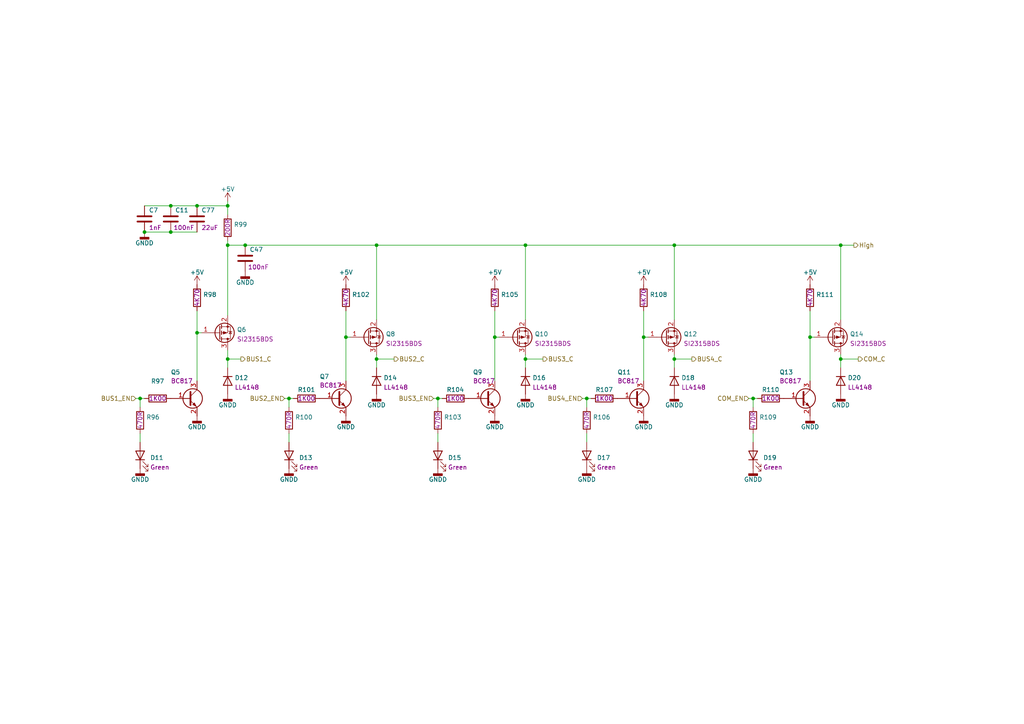
<source format=kicad_sch>
(kicad_sch (version 20211123) (generator eeschema)
  (paper "A4")
  (title_block (date "2022-03-07") (rev "V00") (company "Konvolúció Bt") (comment 1 "email: marrob50hz@gmail.com") (comment 2 "Tel: +36702776723") (comment 3 "https://github.com/marrob") (comment 4 "Support: "))
  (lib_symbols
    (symbol "0805 Green_1" (pin_numbers hide) (pin_names (offset 1.016) hide)
      (property "Reference" "D" (at 0 -2.54 0))
      (property "Comment" "Green" (at 0 -8.255 0))
      (symbol "0805 Green_1_1_1"
        (polyline (pts (xy -1.27 -1.27) (xy -1.27 1.27)) (stroke (width 0.254)))
        (polyline (pts (xy -1.27 0) (xy 1.27 0)))
        (polyline (pts (xy 1.27 -1.27) (xy 1.27 1.27) (xy -1.27 0) (xy 1.27 -1.27)) (stroke (width 0.254)))
        (polyline (pts (xy -3.048 -0.762) (xy -4.572 -2.286) (xy -3.81 -2.286) (xy -4.572 -2.286) (xy -4.572 -1.524)))
        (polyline (pts (xy -1.778 -0.762) (xy -3.302 -2.286) (xy -2.54 -2.286) (xy -3.302 -2.286) (xy -3.302 -1.524)))
        (pin passive line (at -3.81 0 0) (length 2.54) (name "K") (number "1"))
        (pin passive line (at 3.81 0 180) (length 2.54) (name "A") (number "2"))
      )
    )
    (symbol "0805 Green_2" (pin_numbers hide) (pin_names (offset 1.016) hide)
      (property "Reference" "D" (at 0 -2.54 0))
      (property "Comment" "Green" (at 0 -8.255 0))
      (symbol "0805 Green_2_1_1"
        (polyline (pts (xy -1.27 -1.27) (xy -1.27 1.27)) (stroke (width 0.254)))
        (polyline (pts (xy -1.27 0) (xy 1.27 0)))
        (polyline (pts (xy 1.27 -1.27) (xy 1.27 1.27) (xy -1.27 0) (xy 1.27 -1.27)) (stroke (width 0.254)))
        (polyline (pts (xy -3.048 -0.762) (xy -4.572 -2.286) (xy -3.81 -2.286) (xy -4.572 -2.286) (xy -4.572 -1.524)))
        (polyline (pts (xy -1.778 -0.762) (xy -3.302 -2.286) (xy -2.54 -2.286) (xy -3.302 -2.286) (xy -3.302 -1.524)))
        (pin passive line (at -3.81 0 0) (length 2.54) (name "K") (number "1"))
        (pin passive line (at 3.81 0 180) (length 2.54) (name "A") (number "2"))
      )
    )
    (symbol "0805 Green_3" (pin_numbers hide) (pin_names (offset 1.016) hide)
      (property "Reference" "D" (at 0 -2.54 0))
      (property "Comment" "Green" (at 0 -8.255 0))
      (symbol "0805 Green_3_1_1"
        (polyline (pts (xy -1.27 -1.27) (xy -1.27 1.27)) (stroke (width 0.254)))
        (polyline (pts (xy -1.27 0) (xy 1.27 0)))
        (polyline (pts (xy 1.27 -1.27) (xy 1.27 1.27) (xy -1.27 0) (xy 1.27 -1.27)) (stroke (width 0.254)))
        (polyline (pts (xy -3.048 -0.762) (xy -4.572 -2.286) (xy -3.81 -2.286) (xy -4.572 -2.286) (xy -4.572 -1.524)))
        (polyline (pts (xy -1.778 -0.762) (xy -3.302 -2.286) (xy -2.54 -2.286) (xy -3.302 -2.286) (xy -3.302 -1.524)))
        (pin passive line (at -3.81 0 0) (length 2.54) (name "K") (number "1"))
        (pin passive line (at 3.81 0 180) (length 2.54) (name "A") (number "2"))
      )
    )
    (symbol "0805 Green_4" (pin_numbers hide) (pin_names (offset 1.016) hide)
      (property "Reference" "D" (at 0 -2.54 0))
      (property "Comment" "Green" (at 0 -8.255 0))
      (symbol "0805 Green_4_1_1"
        (polyline (pts (xy -1.27 -1.27) (xy -1.27 1.27)) (stroke (width 0.254)))
        (polyline (pts (xy -1.27 0) (xy 1.27 0)))
        (polyline (pts (xy 1.27 -1.27) (xy 1.27 1.27) (xy -1.27 0) (xy 1.27 -1.27)) (stroke (width 0.254)))
        (polyline (pts (xy -3.048 -0.762) (xy -4.572 -2.286) (xy -3.81 -2.286) (xy -4.572 -2.286) (xy -4.572 -1.524)))
        (polyline (pts (xy -1.778 -0.762) (xy -3.302 -2.286) (xy -2.54 -2.286) (xy -3.302 -2.286) (xy -3.302 -1.524)))
        (pin passive line (at -3.81 0 0) (length 2.54) (name "K") (number "1"))
        (pin passive line (at 3.81 0 180) (length 2.54) (name "A") (number "2"))
      )
    )
    (symbol "CustomPowers:+5V" (power) (pin_names (offset 0))
      (property "Value" "+5V" (at 0 3.556 0))
      (symbol "+5V_0_1"
        (polyline (pts (xy -0.762 1.27) (xy 0 2.54)))
        (polyline (pts (xy 0 0) (xy 0 2.54)))
        (polyline (pts (xy 0 2.54) (xy 0.762 1.27)))
      )
      (symbol "+5V_1_1"
        (pin power_in line (at 0 0 90) (length 0) hide (name "+5V") (number "1"))
      )
    )
    (symbol "CustomPowers:GNDD" (power) (pin_names (offset 0))
      (property "Value" "GNDD" (at 0 -3.175 0))
      (symbol "GNDD_0_1"
        (rectangle (start -1.27 -1.524) (end 1.27 -2.032) (stroke (width 0.254)) (fill (type outline)))
        (polyline (pts (xy 0 0) (xy 0 -1.524)))
      )
      (symbol "GNDD_1_1"
        (pin power_in line (at 0 0 270) (length 0) hide (name "GNDD") (number "1"))
      )
    )
    (symbol "Diode:LL41418" (pin_numbers hide) (pin_names (offset 1.016) hide)
      (property "Reference" "D" (at 0 2.54 0))
      (property "Comment" "LL4148" (at 0 -2.54 0))
      (symbol "LL41418_0_1"
        (polyline (pts (xy -1.27 1.27) (xy -1.27 -1.27)) (stroke (width 0.254)))
        (polyline (pts (xy 1.27 0) (xy -1.27 0)))
        (polyline (pts (xy 1.27 1.27) (xy 1.27 -1.27) (xy -1.27 0) (xy 1.27 1.27)) (stroke (width 0.254)))
      )
      (symbol "LL41418_1_1"
        (pin passive line (at -3.81 0 0) (length 2.54) (name "K") (number "1"))
        (pin passive line (at 3.81 0 180) (length 2.54) (name "A") (number "2"))
      )
    )
    (symbol "LED:0805 Green" (pin_numbers hide) (pin_names (offset 1.016) hide)
      (property "Reference" "D" (at 0 -2.54 0))
      (property "Comment" "Green" (at 0 -8.255 0))
      (symbol "0805 Green_1_1"
        (polyline (pts (xy -1.27 -1.27) (xy -1.27 1.27)) (stroke (width 0.254)))
        (polyline (pts (xy -1.27 0) (xy 1.27 0)))
        (polyline (pts (xy 1.27 -1.27) (xy 1.27 1.27) (xy -1.27 0) (xy 1.27 -1.27)) (stroke (width 0.254)))
        (polyline (pts (xy -3.048 -0.762) (xy -4.572 -2.286) (xy -3.81 -2.286) (xy -4.572 -2.286) (xy -4.572 -1.524)))
        (polyline (pts (xy -1.778 -0.762) (xy -3.302 -2.286) (xy -2.54 -2.286) (xy -3.302 -2.286) (xy -3.302 -1.524)))
        (pin passive line (at -3.81 0 0) (length 2.54) (name "K") (number "1"))
        (pin passive line (at 3.81 0 180) (length 2.54) (name "A") (number "2"))
      )
    )
    (symbol "Passive:Capacitator 0805 100nF 50V 10% X7R" (pin_numbers hide) (pin_names (offset 1.016))
      (property "Reference" "C" (at 3.81 1.27 0))
      (property "Comment" "100nF" (at 6.35 -1.27 0))
      (symbol "Capacitator 0805 100nF 50V 10% X7R_1_1"
        (polyline (pts (xy -2.032 -0.762) (xy 2.032 -0.762)) (stroke (width 0.508)))
        (polyline (pts (xy -2.032 0.762) (xy 2.032 0.762)) (stroke (width 0.508)))
        (pin passive line (at 0 3.81 270) (length 2.794) (name "~") (number "1"))
        (pin passive line (at 0 -3.81 90) (length 2.794) (name "~") (number "2"))
      )
    )
    (symbol "Passive:Capacitator 0805 1nF 50V 5% NP0" (pin_numbers hide) (pin_names (offset 1.016) hide)
      (property "Reference" "C" (at 0 -5.08 0))
      (property "Comment" "1nF" (at 0 -10.16 0))
      (symbol "Capacitator 0805 1nF 50V 5% NP0_1_1"
        (polyline (pts (xy -2.032 -0.762) (xy 2.032 -0.762)) (stroke (width 0.508)))
        (polyline (pts (xy -2.032 0.762) (xy 2.032 0.762)) (stroke (width 0.508)))
        (pin passive line (at 0 3.81 270) (length 2.794) (name "~") (number "1"))
        (pin passive line (at 0 -3.81 90) (length 2.794) (name "~") (number "2"))
      )
    )
    (symbol "Passive:Capacitator 0805 22uF 6.3V 20% X5R" (pin_numbers hide) (pin_names (offset 1.016) hide)
      (property "Reference" "C" (at 0 0 0))
      (property "Comment" "22uF" (at 0 0 0))
      (symbol "Capacitator 0805 22uF 6.3V 20% X5R_1_1"
        (polyline (pts (xy -2.032 -0.762) (xy 2.032 -0.762)) (stroke (width 0.508)))
        (polyline (pts (xy -2.032 0.762) (xy 2.032 0.762)) (stroke (width 0.508)))
        (pin passive line (at 0 3.81 270) (length 2.794) (name "~") (number "1"))
        (pin passive line (at 0 -3.81 90) (length 2.794) (name "~") (number "2"))
      )
    )
    (symbol "Passive:Resistor 0805 1K00" (pin_numbers hide) (pin_names (offset 1.016))
      (property "Reference" "R" (at 0 0 0))
      (property "Comment" "1K00" (at 0 -15.24 0))
      (symbol "Resistor 0805 1K00_1_1"
        (rectangle (start -1.016 -2.54) (end 1.016 2.54) (stroke (width 0.254)))
        (pin passive line (at 0 3.81 270) (length 1.27) (name "~") (number "1"))
        (pin passive line (at 0 -3.81 90) (length 1.27) (name "~") (number "2"))
      )
    )
    (symbol "Passive:Resistor 0805 200R" (pin_numbers hide) (pin_names (offset 1.016))
      (property "Reference" "R" (at 0 0 0))
      (property "Comment" "200R" (at 0 0 0))
      (symbol "Resistor 0805 200R_1_1"
        (rectangle (start -1.016 -2.54) (end 1.016 2.54) (stroke (width 0.254)))
        (pin passive line (at 0 3.81 270) (length 1.27) (name "~") (number "1"))
        (pin passive line (at 0 -3.81 90) (length 1.27) (name "~") (number "2"))
      )
    )
    (symbol "Passive:Resistor 0805 470R" (pin_numbers hide) (pin_names (offset 1.016))
      (property "Reference" "R" (at 0 0 0))
      (property "Comment" "470R" (at 0 0 0))
      (symbol "Resistor 0805 470R_1_1"
        (rectangle (start -1.016 -2.54) (end 1.016 2.54) (stroke (width 0.254)))
        (pin passive line (at 0 3.81 270) (length 1.27) (name "~") (number "1"))
        (pin passive line (at 0 -3.81 90) (length 1.27) (name "~") (number "2"))
      )
    )
    (symbol "Passive:Resistor 0805 4K70" (pin_numbers hide) (pin_names (offset 1.016) hide)
      (property "Reference" "R" (at 0 0 0))
      (property "Comment" "4K70" (at 0 -22.86 0))
      (symbol "Resistor 0805 4K70_1_1"
        (rectangle (start -1.016 -2.54) (end 1.016 2.54) (stroke (width 0.254)))
        (pin passive line (at 0 3.81 270) (length 1.27) (name "~") (number "1"))
        (pin passive line (at 0 -3.81 90) (length 1.27) (name "~") (number "2"))
      )
    )
    (symbol "Transistors:BC817" (pin_names (offset 0) hide)
      (property "Reference" "Q" (at 0 -6.35 0))
      (property "Comment" "BC817" (at 1.27 -8.255 0))
      (symbol "BC817_0_1"
        (polyline (pts (xy 0.635 0.635) (xy 2.54 2.54)))
        (polyline (pts (xy 0.635 -0.635) (xy 2.54 -2.54) (xy 2.54 -2.54)))
        (polyline (pts (xy 0.635 1.905) (xy 0.635 -1.905) (xy 0.635 -1.905)) (stroke (width 0.508)))
        (polyline (pts (xy 1.27 -1.778) (xy 1.778 -1.27) (xy 2.286 -2.286) (xy 1.27 -1.778) (xy 1.27 -1.778)) (fill (type outline)))
        (circle (center 1.27 0) (radius 2.8194) (stroke (width 0.254)))
      )
      (symbol "BC817_1_1"
        (pin input line (at -5.08 0 0) (length 5.715) (name "B") (number "1"))
        (pin passive line (at 2.54 -5.08 90) (length 2.54) (name "E") (number "2"))
        (pin passive line (at 2.54 5.08 270) (length 2.54) (name "C") (number "3"))
      )
    )
    (symbol "Transistors:SI2315BDS-T1-E3" (pin_names (offset 0) hide)
      (property "Reference" "Q" (at 5.08 2.54 0))
      (property "Comment" "SI2315BDS" (at 10.16 0 0))
      (symbol "SI2315BDS-T1-E3_1_1"
        (polyline (pts (xy 0.254 0) (xy -2.54 0)))
        (polyline (pts (xy 0.254 1.905) (xy 0.254 -1.905)) (stroke (width 0.254)))
        (polyline (pts (xy 0.762 -1.27) (xy 0.762 -2.286)) (stroke (width 0.254)))
        (polyline (pts (xy 0.762 0.508) (xy 0.762 -0.508)) (stroke (width 0.254)))
        (polyline (pts (xy 0.762 2.286) (xy 0.762 1.27)) (stroke (width 0.254)))
        (polyline (pts (xy 2.54 2.54) (xy 2.54 1.778)))
        (polyline (pts (xy 2.54 -2.54) (xy 2.54 0) (xy 0.762 0)))
        (polyline (pts (xy 0.762 1.778) (xy 3.302 1.778) (xy 3.302 -1.778) (xy 0.762 -1.778)))
        (polyline (pts (xy 2.286 0) (xy 1.27 0.381) (xy 1.27 -0.381) (xy 2.286 0)) (fill (type outline)))
        (polyline (pts (xy 2.794 -0.508) (xy 2.921 -0.381) (xy 3.683 -0.381) (xy 3.81 -0.254)))
        (polyline (pts (xy 3.302 -0.381) (xy 2.921 0.254) (xy 3.683 0.254) (xy 3.302 -0.381)))
        (circle (center 1.651 0) (radius 2.794) (stroke (width 0.254)))
        (circle (center 2.54 -1.778) (radius 0.254) (fill (type outline)))
        (circle (center 2.54 1.778) (radius 0.254) (fill (type outline)))
        (pin input line (at -5.08 0 0) (length 2.54) (name "G") (number "1"))
        (pin passive line (at 2.54 -5.08 90) (length 2.54) (name "S") (number "2"))
        (pin passive line (at 2.54 5.08 270) (length 2.54) (name "D") (number "3"))
      )
    )
  )
  (junction (at 243.84 71.12))
  (junction (at 127 115.57))
  (junction (at 83.82 115.57))
  (junction (at 186.69 97.79))
  (junction (at 195.58 104.14))
  (junction (at 71.12 71.12))
  (junction (at 109.22 71.12))
  (junction (at 100.33 97.79))
  (junction (at 152.4 104.14))
  (junction (at 109.22 104.14))
  (junction (at 218.44 115.57))
  (junction (at 66.04 104.14))
  (junction (at 49.53 67.31))
  (junction (at 143.51 97.79))
  (junction (at 49.53 59.69))
  (junction (at 234.95 97.79))
  (junction (at 170.18 115.57))
  (junction (at 195.58 71.12))
  (junction (at 66.04 59.69))
  (junction (at 41.91 67.31))
  (junction (at 40.64 115.57))
  (junction (at 152.4 71.12))
  (junction (at 66.04 71.12))
  (junction (at 57.15 59.69))
  (junction (at 57.15 96.52))
  (junction (at 243.84 104.14))
  (wire (pts (xy 217.17 115.57) (xy 218.44 115.57)))
  (wire (pts (xy 236.22 97.79) (xy 234.95 97.79)))
  (wire (pts (xy 234.95 97.79) (xy 234.95 90.17)))
  (wire (pts (xy 49.53 67.31) (xy 57.15 67.31)))
  (wire (pts (xy 109.22 104.14) (xy 109.22 106.68)))
  (wire (pts (xy 243.84 102.87) (xy 243.84 104.14)))
  (wire (pts (xy 100.33 97.79) (xy 100.33 90.17)))
  (wire (pts (xy 66.04 59.69) (xy 66.04 62.23)))
  (wire (pts (xy 66.04 101.6) (xy 66.04 104.14)))
  (wire (pts (xy 40.64 115.57) (xy 41.91 115.57)))
  (wire (pts (xy 195.58 104.14) (xy 195.58 106.68)))
  (wire (pts (xy 218.44 115.57) (xy 218.44 118.11)))
  (wire (pts (xy 218.44 125.73) (xy 218.44 128.27)))
  (wire (pts (xy 39.37 115.57) (xy 40.64 115.57)))
  (wire (pts (xy 71.12 71.12) (xy 109.22 71.12)))
  (wire (pts (xy 109.22 104.14) (xy 114.3 104.14)))
  (wire (pts (xy 152.4 104.14) (xy 152.4 106.68)))
  (wire (pts (xy 125.73 115.57) (xy 127 115.57)))
  (wire (pts (xy 195.58 71.12) (xy 243.84 71.12)))
  (wire (pts (xy 83.82 115.57) (xy 85.09 115.57)))
  (wire (pts (xy 170.18 115.57) (xy 170.18 118.11)))
  (wire (pts (xy 127 115.57) (xy 127 118.11)))
  (wire (pts (xy 144.78 97.79) (xy 143.51 97.79)))
  (wire (pts (xy 66.04 58.42) (xy 66.04 59.69)))
  (wire (pts (xy 195.58 92.71) (xy 195.58 71.12)))
  (wire (pts (xy 243.84 71.12) (xy 247.65 71.12)))
  (wire (pts (xy 66.04 69.85) (xy 66.04 71.12)))
  (wire (pts (xy 127 125.73) (xy 127 128.27)))
  (wire (pts (xy 66.04 71.12) (xy 71.12 71.12)))
  (wire (pts (xy 101.6 97.79) (xy 100.33 97.79)))
  (wire (pts (xy 109.22 92.71) (xy 109.22 71.12)))
  (wire (pts (xy 83.82 115.57) (xy 83.82 118.11)))
  (wire (pts (xy 83.82 125.73) (xy 83.82 128.27)))
  (wire (pts (xy 243.84 104.14) (xy 243.84 106.68)))
  (wire (pts (xy 152.4 102.87) (xy 152.4 104.14)))
  (wire (pts (xy 234.95 97.79) (xy 234.95 110.49)))
  (wire (pts (xy 40.64 125.73) (xy 40.64 128.27)))
  (wire (pts (xy 82.55 115.57) (xy 83.82 115.57)))
  (wire (pts (xy 195.58 102.87) (xy 195.58 104.14)))
  (wire (pts (xy 127 115.57) (xy 128.27 115.57)))
  (wire (pts (xy 109.22 71.12) (xy 152.4 71.12)))
  (wire (pts (xy 57.15 96.52) (xy 57.15 110.49)))
  (wire (pts (xy 58.42 96.52) (xy 57.15 96.52)))
  (wire (pts (xy 195.58 104.14) (xy 200.66 104.14)))
  (wire (pts (xy 168.91 115.57) (xy 170.18 115.57)))
  (wire (pts (xy 109.22 102.87) (xy 109.22 104.14)))
  (wire (pts (xy 186.69 97.79) (xy 186.69 90.17)))
  (wire (pts (xy 41.91 67.31) (xy 49.53 67.31)))
  (wire (pts (xy 66.04 71.12) (xy 66.04 91.44)))
  (wire (pts (xy 243.84 92.71) (xy 243.84 71.12)))
  (wire (pts (xy 57.15 59.69) (xy 66.04 59.69)))
  (wire (pts (xy 170.18 125.73) (xy 170.18 128.27)))
  (wire (pts (xy 152.4 104.14) (xy 157.48 104.14)))
  (wire (pts (xy 49.53 59.69) (xy 57.15 59.69)))
  (wire (pts (xy 152.4 71.12) (xy 195.58 71.12)))
  (wire (pts (xy 66.04 104.14) (xy 66.04 106.68)))
  (wire (pts (xy 40.64 115.57) (xy 40.64 118.11)))
  (wire (pts (xy 152.4 92.71) (xy 152.4 71.12)))
  (wire (pts (xy 186.69 97.79) (xy 186.69 110.49)))
  (wire (pts (xy 66.04 104.14) (xy 69.85 104.14)))
  (wire (pts (xy 243.84 104.14) (xy 248.92 104.14)))
  (wire (pts (xy 143.51 97.79) (xy 143.51 90.17)))
  (wire (pts (xy 41.91 59.69) (xy 49.53 59.69)))
  (wire (pts (xy 218.44 115.57) (xy 219.71 115.57)))
  (wire (pts (xy 143.51 97.79) (xy 143.51 110.49)))
  (wire (pts (xy 100.33 97.79) (xy 100.33 110.49)))
  (wire (pts (xy 57.15 96.52) (xy 57.15 90.17)))
  (wire (pts (xy 170.18 115.57) (xy 171.45 115.57)))
  (wire (pts (xy 187.96 97.79) (xy 186.69 97.79)))
  (hierarchical_label "High" (shape output) (at 247.65 71.12 0))
  (hierarchical_label "BUS2_C" (shape output) (at 114.3 104.14 0))
  (hierarchical_label "BUS1_EN" (shape input) (at 39.37 115.57 180))
  (hierarchical_label "BUS3_EN" (shape input) (at 125.73 115.57 180))
  (hierarchical_label "BUS1_C" (shape output) (at 69.85 104.14 0))
  (hierarchical_label "BUS2_EN" (shape input) (at 82.55 115.57 180))
  (hierarchical_label "COM_C" (shape output) (at 248.92 104.14 0))
  (hierarchical_label "BUS4_C" (shape output) (at 200.66 104.14 0))
  (hierarchical_label "COM_EN" (shape input) (at 217.17 115.57 180))
  (hierarchical_label "BUS4_EN" (shape input) (at 168.91 115.57 180))
  (hierarchical_label "BUS3_C" (shape output) (at 157.48 104.14 0))
  (symbol (lib_id "Passive:Resistor 0805 470R") (at 83.82 121.92 0) (unit 1)
    (property "Reference" "R100" (at 85.598 121.0115 0) (effects (justify left)))
    (property "Value" "Resistor 0805 470R" (effects hide))
    (property "Footprint" "Passive:R0805" (effects hide))
    (property "Comment" "470R" (at 83.82 124.46 90) (effects (justify left)))
    (property "Manufacturer" "Walsin" (effects hide))
    (property "ManufacturerPartNo" "WR08X471JTL" (effects hide))
    (property "Supplier" "LOM-81-30-15;" (effects hide))
  )
  (symbol (lib_id "LED:0805 Green") (at 170.18 132.08 90) (unit 1)
    (property "Reference" "D17" (at 173.101 132.759 90) (effects (justify right)))
    (property "Value" "0805 Green" (effects hide))
    (property "Footprint" "Passive:LED0805 GRE" (effects hide))
    (property "Comment" "Green" (at 173.101 135.5341 90) (effects (justify right)))
    (property "Manufacturer" "KINGBRIGHT;Hongli Tronic;" (effects hide))
    (property "ManufacturerPartNo" "KP-2010SGC" (effects hide))
    (property "Supplier" "TME-KP-2012SGC;FAR-2099239;LOM-95-01-09;LOM-95-04-06;" (effects hide))
  )
  (symbol (lib_id "Passive:Resistor 0805 4K70") (at 186.69 86.36 0) (unit 1)
    (property "Reference" "R108" (at 188.468 85.4515 0) (effects (justify left)))
    (property "Value" "Resistor 0805 4K70" (effects hide))
    (property "Footprint" "Passive:R0805" (effects hide))
    (property "Comment" "4K70" (at 186.69 88.9 90) (effects (justify left)))
    (property "Manufacturer" "VIKING" (effects hide))
    (property "ManufacturerPartNo" "CR-05FL7---4K7 0.125W" (effects hide))
    (property "Supplier" "LOM-80-10-94" (effects hide))
  )
  (symbol (lib_id "CustomPowers:GNDD") (at 100.33 120.65 0) (unit 1)
    (property "Reference" "#PWR0177" (effects hide))
    (property "Value" "GNDD" (at 100.33 123.825 0))
  )
  (symbol (lib_id "Transistors:SI2315BDS-T1-E3") (at 63.5 96.52 0) (mirror x) (unit 1)
    (property "Reference" "Q6" (at 68.707 95.6115 0) (effects (justify left)))
    (property "Value" "SI2315BDS-T1-E3" (effects hide))
    (property "Footprint" "Semiconductor:SOT-23" (effects hide))
    (property "Datasheet" "${KNV_DATASHEET}\\SI2315BDS.pdf" (effects hide))
    (property "Comment" "SI2315BDS" (at 68.707 98.3866 0) (effects (justify left)))
    (property "Manufacturer" "VISHAY" (effects hide))
    (property "ManufacturerPartNo" "SI2315BDS-T1-E3" (effects hide))
    (property "Supplier" "LOM-86-02-81;FAR-1470105;LOM-86-03-94; FAR-2283650;TME-SI2315BDS-T1-E3;" (effects hide))
  )
  (symbol (lib_id "Passive:Resistor 0805 4K70") (at 234.95 86.36 0) (unit 1)
    (property "Reference" "R111" (at 236.728 85.4515 0) (effects (justify left)))
    (property "Value" "Resistor 0805 4K70" (effects hide))
    (property "Footprint" "Passive:R0805" (effects hide))
    (property "Comment" "4K70" (at 234.95 88.9 90) (effects (justify left)))
    (property "Manufacturer" "VIKING" (effects hide))
    (property "ManufacturerPartNo" "CR-05FL7---4K7 0.125W" (effects hide))
    (property "Supplier" "LOM-80-10-94" (effects hide))
  )
  (symbol (lib_id "CustomPowers:GNDD") (at 83.82 135.89 0) (unit 1)
    (property "Reference" "#PWR0175" (effects hide))
    (property "Value" "GNDD" (at 83.82 139.065 0))
  )
  (symbol (lib_id "CustomPowers:GNDD") (at 66.04 114.3 0) (unit 1)
    (property "Reference" "#PWR0174" (effects hide))
    (property "Value" "GNDD" (at 66.04 117.475 0))
  )
  (symbol (lib_id "CustomPowers:+5V") (at 234.95 82.55 0) (unit 1)
    (property "Reference" "#PWR0188" (effects hide))
    (property "Value" "+5V" (at 234.95 78.994 0))
  )
  (symbol (lib_id "Passive:Resistor 0805 1K00") (at 223.52 115.57 270) (unit 1)
    (property "Reference" "R110" (at 223.52 113.03 90))
    (property "Value" "Resistor 0805 1K00" (effects hide))
    (property "Footprint" "Passive:R0805" (effects hide))
    (property "Comment" "1K00" (at 223.52 115.57 90))
    (property "Manufacturer" "VIKING" (effects hide))
    (property "ManufacturerPartNo" "RC0805FR-101KL;" (effects hide))
    (property "Supplier" "LOM-80-52-91;" (effects hide))
  )
  (symbol (lib_id "CustomPowers:+5V") (at 57.15 82.55 0) (unit 1)
    (property "Reference" "#PWR0171" (effects hide))
    (property "Value" "+5V" (at 57.15 78.994 0))
  )
  (symbol (lib_name "0805 Green_3") (lib_id "LED:0805 Green") (at 127 132.08 90) (unit 1)
    (property "Reference" "D15" (at 129.921 132.759 90) (effects (justify right)))
    (property "Value" "0805 Green" (effects hide))
    (property "Footprint" "Passive:LED0805 GRE" (effects hide))
    (property "Comment" "Green" (at 129.921 135.5341 90) (effects (justify right)))
    (property "Manufacturer" "KINGBRIGHT;Hongli Tronic;" (effects hide))
    (property "ManufacturerPartNo" "KP-2010SGC" (effects hide))
    (property "Supplier" "TME-KP-2012SGC;FAR-2099239;LOM-95-01-09;LOM-95-04-06;" (effects hide))
  )
  (symbol (lib_id "Passive:Resistor 0805 4K70") (at 57.15 86.36 0) (unit 1)
    (property "Reference" "R98" (at 58.928 85.4515 0) (effects (justify left)))
    (property "Value" "Resistor 0805 4K70" (effects hide))
    (property "Footprint" "Passive:R0805" (effects hide))
    (property "Comment" "4K70" (at 57.15 88.9 90) (effects (justify left)))
    (property "Manufacturer" "VIKING" (effects hide))
    (property "ManufacturerPartNo" "CR-05FL7---4K7 0.125W" (effects hide))
    (property "Supplier" "LOM-80-10-94" (effects hide))
  )
  (symbol (lib_id "Transistors:SI2315BDS-T1-E3") (at 241.3 97.79 0) (mirror x) (unit 1)
    (property "Reference" "Q14" (at 246.507 96.8815 0) (effects (justify left)))
    (property "Value" "SI2315BDS-T1-E3" (effects hide))
    (property "Footprint" "Semiconductor:SOT-23" (effects hide))
    (property "Datasheet" "${KNV_DATASHEET}\\SI2315BDS.pdf" (effects hide))
    (property "Comment" "SI2315BDS" (at 246.507 99.6566 0) (effects (justify left)))
    (property "Manufacturer" "VISHAY" (effects hide))
    (property "ManufacturerPartNo" "SI2315BDS-T1-E3" (effects hide))
    (property "Supplier" "LOM-86-02-81;FAR-1470105;LOM-86-03-94; FAR-2283650;TME-SI2315BDS-T1-E3;" (effects hide))
  )
  (symbol (lib_id "Passive:Resistor 0805 1K00") (at 175.26 115.57 270) (unit 1)
    (property "Reference" "R107" (at 175.26 113.03 90))
    (property "Value" "Resistor 0805 1K00" (effects hide))
    (property "Footprint" "Passive:R0805" (effects hide))
    (property "Comment" "1K00" (at 175.26 115.57 90))
    (property "Manufacturer" "VIKING" (effects hide))
    (property "ManufacturerPartNo" "RC0805FR-101KL;" (effects hide))
    (property "Supplier" "LOM-80-52-91;" (effects hide))
  )
  (symbol (lib_id "Passive:Capacitator 0805 22uF 6.3V 20% X5R") (at 57.15 63.5 0) (unit 1)
    (property "Reference" "C77" (at 58.42 60.96 0) (effects (justify left)))
    (property "Value" "Capacitator 0805 22uF 6.3V 20% X5R" (effects hide))
    (property "Footprint" "Passive:C0805" (effects hide))
    (property "Comment" "22uF" (at 58.42 66.04 0) (effects (justify left)))
    (property "Manufacturer" "SAMSUNG" (effects hide))
    (property "ManufacturerPartNo" "CL21A226MQQNNNG" (effects hide))
    (property "Supplier" "LOM-82-08-19;TME-CL21A226MQQNNNG" (effects hide))
  )
  (symbol (lib_id "Transistors:BC817") (at 140.97 115.57 0) (unit 1)
    (property "Reference" "Q9" (at 137.16 107.95 0) (effects (justify left)))
    (property "Value" "BC817" (effects hide))
    (property "Footprint" "Semiconductor:SOT-23" (effects hide))
    (property "Datasheet" "${KNV_DATASHEET}\\BC817.pdf" (effects hide))
    (property "Comment" "BC817" (at 137.16 110.49 0) (effects (justify left)))
    (property "Manufacturer" "ON Semiconductor" (effects hide))
    (property "ManufacturerPartNo" "BC817-25LT1G" (effects hide))
    (property "Supplier" "LOM-86-01-90;FAR-1130682;RSC-748-4997;TME-BC817-25LT1G" (effects hide))
  )
  (symbol (lib_id "CustomPowers:+5V") (at 100.33 82.55 0) (unit 1)
    (property "Reference" "#PWR0176" (effects hide))
    (property "Value" "+5V" (at 100.33 78.994 0))
  )
  (symbol (lib_id "Transistors:SI2315BDS-T1-E3") (at 106.68 97.79 0) (mirror x) (unit 1)
    (property "Reference" "Q8" (at 111.887 96.8815 0) (effects (justify left)))
    (property "Value" "SI2315BDS-T1-E3" (effects hide))
    (property "Footprint" "Semiconductor:SOT-23" (effects hide))
    (property "Datasheet" "${KNV_DATASHEET}\\SI2315BDS.pdf" (effects hide))
    (property "Comment" "SI2315BDS" (at 111.887 99.6566 0) (effects (justify left)))
    (property "Manufacturer" "VISHAY" (effects hide))
    (property "ManufacturerPartNo" "SI2315BDS-T1-E3" (effects hide))
    (property "Supplier" "LOM-86-02-81;FAR-1470105;LOM-86-03-94; FAR-2283650;TME-SI2315BDS-T1-E3;" (effects hide))
  )
  (symbol (lib_id "Passive:Resistor 0805 470R") (at 218.44 121.92 0) (unit 1)
    (property "Reference" "R109" (at 220.218 121.0115 0) (effects (justify left)))
    (property "Value" "Resistor 0805 470R" (effects hide))
    (property "Footprint" "Passive:R0805" (effects hide))
    (property "Comment" "470R" (at 218.44 124.46 90) (effects (justify left)))
    (property "Manufacturer" "Walsin" (effects hide))
    (property "ManufacturerPartNo" "WR08X471JTL" (effects hide))
    (property "Supplier" "LOM-81-30-15;" (effects hide))
  )
  (symbol (lib_id "Passive:Capacitator 0805 100nF 50V 10% X7R") (at 71.12 74.93 0) (unit 1)
    (property "Reference" "C47" (at 72.39 72.39 0) (effects (justify left)))
    (property "Value" "Capacitator 0805 100nF 50V 10% X7R" (effects hide))
    (property "Footprint" "Passive:C0805" (effects hide))
    (property "Comment" "100nF" (at 74.93 77.47 0))
    (property "Manufacturer" "YAGEO" (effects hide))
    (property "ManufacturerPartNo" "CC0805KRX7R9BB104" (effects hide))
    (property "Supplier" "FAR-3019949;LOM-82-01-25" (effects hide))
  )
  (symbol (lib_id "CustomPowers:GNDD") (at 109.22 114.3 0) (unit 1)
    (property "Reference" "#PWR0178" (effects hide))
    (property "Value" "GNDD" (at 109.22 117.475 0))
  )
  (symbol (lib_id "Diode:LL41418") (at 66.04 110.49 270) (unit 1)
    (property "Reference" "D12" (at 68.072 109.5815 90) (effects (justify left)))
    (property "Value" "LL41418" (effects hide))
    (property "Footprint" "Semiconductor:SOD-80" (effects hide))
    (property "Datasheet" "${KNV_DATASHEET}\\LL41487.pdf" (effects hide))
    (property "Comment" "LL4148" (at 68.072 112.3566 90) (effects (justify left)))
    (property "Manufacturer" "DIOTEC" (effects hide))
    (property "ManufacturerPartNo" "LL4148" (effects hide))
    (property "Supplier" "TME-LL4148-DIO;LOM-83-00-93;" (effects hide))
  )
  (symbol (lib_id "Passive:Resistor 0805 470R") (at 127 121.92 0) (unit 1)
    (property "Reference" "R103" (at 128.778 121.0115 0) (effects (justify left)))
    (property "Value" "Resistor 0805 470R" (effects hide))
    (property "Footprint" "Passive:R0805" (effects hide))
    (property "Comment" "470R" (at 127 124.46 90) (effects (justify left)))
    (property "Manufacturer" "Walsin" (effects hide))
    (property "ManufacturerPartNo" "WR08X471JTL" (effects hide))
    (property "Supplier" "LOM-81-30-15;" (effects hide))
  )
  (symbol (lib_id "Transistors:SI2315BDS-T1-E3") (at 149.86 97.79 0) (mirror x) (unit 1)
    (property "Reference" "Q10" (at 155.067 96.8815 0) (effects (justify left)))
    (property "Value" "SI2315BDS-T1-E3" (effects hide))
    (property "Footprint" "Semiconductor:SOT-23" (effects hide))
    (property "Datasheet" "${KNV_DATASHEET}\\SI2315BDS.pdf" (effects hide))
    (property "Comment" "SI2315BDS" (at 155.067 99.6566 0) (effects (justify left)))
    (property "Manufacturer" "VISHAY" (effects hide))
    (property "ManufacturerPartNo" "SI2315BDS-T1-E3" (effects hide))
    (property "Supplier" "LOM-86-02-81;FAR-1470105;LOM-86-03-94; FAR-2283650;TME-SI2315BDS-T1-E3;" (effects hide))
  )
  (symbol (lib_name "0805 Green_2") (lib_id "LED:0805 Green") (at 218.44 132.08 90) (unit 1)
    (property "Reference" "D19" (at 221.361 132.759 90) (effects (justify right)))
    (property "Value" "0805 Green" (effects hide))
    (property "Footprint" "Passive:LED0805 GRE" (effects hide))
    (property "Comment" "Green" (at 221.361 135.5341 90) (effects (justify right)))
    (property "Manufacturer" "KINGBRIGHT;Hongli Tronic;" (effects hide))
    (property "ManufacturerPartNo" "KP-2010SGC" (effects hide))
    (property "Supplier" "TME-KP-2012SGC;FAR-2099239;LOM-95-01-09;LOM-95-04-06;" (effects hide))
  )
  (symbol (lib_name "0805 Green_1") (lib_id "LED:0805 Green") (at 40.64 132.08 90) (unit 1)
    (property "Reference" "D11" (at 43.561 132.759 90) (effects (justify right)))
    (property "Value" "0805 Green" (effects hide))
    (property "Footprint" "Passive:LED0805 GRE" (effects hide))
    (property "Comment" "Green" (at 43.561 135.5341 90) (effects (justify right)))
    (property "Manufacturer" "KINGBRIGHT;Hongli Tronic;" (effects hide))
    (property "ManufacturerPartNo" "KP-2010SGC" (effects hide))
    (property "Supplier" "TME-KP-2012SGC;FAR-2099239;LOM-95-01-09;LOM-95-04-06;" (effects hide))
  )
  (symbol (lib_id "CustomPowers:GNDD") (at 186.69 120.65 0) (unit 1)
    (property "Reference" "#PWR0185" (effects hide))
    (property "Value" "GNDD" (at 186.69 123.825 0))
  )
  (symbol (lib_id "CustomPowers:+5V") (at 186.69 82.55 0) (unit 1)
    (property "Reference" "#PWR0184" (effects hide))
    (property "Value" "+5V" (at 186.69 78.994 0))
  )
  (symbol (lib_id "Passive:Capacitator 0805 100nF 50V 10% X7R") (at 49.53 63.5 0) (unit 1)
    (property "Reference" "C11" (at 50.8 60.96 0) (effects (justify left)))
    (property "Value" "Capacitator 0805 100nF 50V 10% X7R" (effects hide))
    (property "Footprint" "Passive:C0805" (effects hide))
    (property "Comment" "100nF" (at 53.34 66.04 0))
    (property "Manufacturer" "YAGEO" (effects hide))
    (property "ManufacturerPartNo" "CC0805KRX7R9BB104" (effects hide))
    (property "Supplier" "FAR-3019949;LOM-82-01-25" (effects hide))
  )
  (symbol (lib_id "Passive:Resistor 0805 1K00") (at 132.08 115.57 270) (unit 1)
    (property "Reference" "R104" (at 132.08 113.03 90))
    (property "Value" "Resistor 0805 1K00" (effects hide))
    (property "Footprint" "Passive:R0805" (effects hide))
    (property "Comment" "1K00" (at 132.08 115.57 90))
    (property "Manufacturer" "VIKING" (effects hide))
    (property "ManufacturerPartNo" "RC0805FR-101KL;" (effects hide))
    (property "Supplier" "LOM-80-52-91;" (effects hide))
  )
  (symbol (lib_id "Passive:Resistor 0805 470R") (at 40.64 121.92 0) (unit 1)
    (property "Reference" "R96" (at 42.418 121.0115 0) (effects (justify left)))
    (property "Value" "Resistor 0805 470R" (effects hide))
    (property "Footprint" "Passive:R0805" (effects hide))
    (property "Comment" "470R" (at 40.64 124.46 90) (effects (justify left)))
    (property "Manufacturer" "Walsin" (effects hide))
    (property "ManufacturerPartNo" "WR08X471JTL" (effects hide))
    (property "Supplier" "LOM-81-30-15;" (effects hide))
  )
  (symbol (lib_id "Transistors:BC817") (at 97.79 115.57 0) (unit 1)
    (property "Reference" "Q7" (at 92.71 109.22 0) (effects (justify left)))
    (property "Value" "BC817" (effects hide))
    (property "Footprint" "Semiconductor:SOT-23" (effects hide))
    (property "Datasheet" "${KNV_DATASHEET}\\BC817.pdf" (effects hide))
    (property "Comment" "BC817" (at 92.71 111.76 0) (effects (justify left)))
    (property "Manufacturer" "ON Semiconductor" (effects hide))
    (property "ManufacturerPartNo" "BC817-25LT1G" (effects hide))
    (property "Supplier" "LOM-86-01-90;FAR-1130682;RSC-748-4997;TME-BC817-25LT1G" (effects hide))
  )
  (symbol (lib_id "Diode:LL41418") (at 152.4 110.49 270) (unit 1)
    (property "Reference" "D16" (at 154.432 109.5815 90) (effects (justify left)))
    (property "Value" "LL41418" (effects hide))
    (property "Footprint" "Semiconductor:SOD-80" (effects hide))
    (property "Datasheet" "${KNV_DATASHEET}\\LL41487.pdf" (effects hide))
    (property "Comment" "LL4148" (at 154.432 112.3566 90) (effects (justify left)))
    (property "Manufacturer" "DIOTEC" (effects hide))
    (property "ManufacturerPartNo" "LL4148" (effects hide))
    (property "Supplier" "TME-LL4148-DIO;LOM-83-00-93;" (effects hide))
  )
  (symbol (lib_id "CustomPowers:+5V") (at 66.04 58.42 0) (mirror y) (unit 1)
    (property "Reference" "#PWR0173" (effects hide))
    (property "Value" "+5V" (at 66.04 54.864 0))
  )
  (symbol (lib_id "CustomPowers:GNDD") (at 71.12 78.74 0) (unit 1)
    (property "Reference" "#PWR094" (effects hide))
    (property "Value" "GNDD" (at 71.12 81.915 0))
  )
  (symbol (lib_name "0805 Green_4") (lib_id "LED:0805 Green") (at 83.82 132.08 90) (unit 1)
    (property "Reference" "D13" (at 86.741 132.759 90) (effects (justify right)))
    (property "Value" "0805 Green" (effects hide))
    (property "Footprint" "Passive:LED0805 GRE" (effects hide))
    (property "Comment" "Green" (at 86.741 135.5341 90) (effects (justify right)))
    (property "Manufacturer" "KINGBRIGHT;Hongli Tronic;" (effects hide))
    (property "ManufacturerPartNo" "KP-2010SGC" (effects hide))
    (property "Supplier" "TME-KP-2012SGC;FAR-2099239;LOM-95-01-09;LOM-95-04-06;" (effects hide))
  )
  (symbol (lib_id "Passive:Capacitator 0805 1nF 50V 5% NP0") (at 41.91 63.5 0) (unit 1)
    (property "Reference" "C7" (at 43.18 60.96 0) (effects (justify left)))
    (property "Value" "Capacitator 0805 1nF 50V 5% NP0" (effects hide))
    (property "Footprint" "Passive:C0805" (effects hide))
    (property "Comment" "1nF" (at 43.18 66.04 0) (effects (justify left)))
    (property "Manufacturer" "WALSIN;" (effects hide))
    (property "ManufacturerPartNo" "0805N102J500CT" (effects hide))
    (property "Supplier" "LOM-82-11-37;" (effects hide))
  )
  (symbol (lib_id "Passive:Resistor 0805 4K70") (at 143.51 86.36 0) (unit 1)
    (property "Reference" "R105" (at 145.288 85.4515 0) (effects (justify left)))
    (property "Value" "Resistor 0805 4K70" (effects hide))
    (property "Footprint" "Passive:R0805" (effects hide))
    (property "Comment" "4K70" (at 143.51 88.9 90) (effects (justify left)))
    (property "Manufacturer" "VIKING" (effects hide))
    (property "ManufacturerPartNo" "CR-05FL7---4K7 0.125W" (effects hide))
    (property "Supplier" "LOM-80-10-94" (effects hide))
  )
  (symbol (lib_id "CustomPowers:GNDD") (at 195.58 114.3 0) (unit 1)
    (property "Reference" "#PWR0186" (effects hide))
    (property "Value" "GNDD" (at 195.58 117.475 0))
  )
  (symbol (lib_id "Passive:Resistor 0805 470R") (at 170.18 121.92 0) (unit 1)
    (property "Reference" "R106" (at 171.958 121.0115 0) (effects (justify left)))
    (property "Value" "Resistor 0805 470R" (effects hide))
    (property "Footprint" "Passive:R0805" (effects hide))
    (property "Comment" "470R" (at 170.18 124.46 90) (effects (justify left)))
    (property "Manufacturer" "Walsin" (effects hide))
    (property "ManufacturerPartNo" "WR08X471JTL" (effects hide))
    (property "Supplier" "LOM-81-30-15;" (effects hide))
  )
  (symbol (lib_id "CustomPowers:GNDD") (at 41.91 67.31 0) (unit 1)
    (property "Reference" "#PWR098" (effects hide))
    (property "Value" "GNDD" (at 41.91 70.485 0))
  )
  (symbol (lib_id "Transistors:SI2315BDS-T1-E3") (at 193.04 97.79 0) (mirror x) (unit 1)
    (property "Reference" "Q12" (at 198.247 96.8815 0) (effects (justify left)))
    (property "Value" "SI2315BDS-T1-E3" (effects hide))
    (property "Footprint" "Semiconductor:SOT-23" (effects hide))
    (property "Datasheet" "${KNV_DATASHEET}\\SI2315BDS.pdf" (effects hide))
    (property "Comment" "SI2315BDS" (at 198.247 99.6566 0) (effects (justify left)))
    (property "Manufacturer" "VISHAY" (effects hide))
    (property "ManufacturerPartNo" "SI2315BDS-T1-E3" (effects hide))
    (property "Supplier" "LOM-86-02-81;FAR-1470105;LOM-86-03-94; FAR-2283650;TME-SI2315BDS-T1-E3;" (effects hide))
  )
  (symbol (lib_id "Diode:LL41418") (at 195.58 110.49 270) (unit 1)
    (property "Reference" "D18" (at 197.612 109.5815 90) (effects (justify left)))
    (property "Value" "LL41418" (effects hide))
    (property "Footprint" "Semiconductor:SOD-80" (effects hide))
    (property "Datasheet" "${KNV_DATASHEET}\\LL41487.pdf" (effects hide))
    (property "Comment" "LL4148" (at 197.612 112.3566 90) (effects (justify left)))
    (property "Manufacturer" "DIOTEC" (effects hide))
    (property "ManufacturerPartNo" "LL4148" (effects hide))
    (property "Supplier" "TME-LL4148-DIO;LOM-83-00-93;" (effects hide))
  )
  (symbol (lib_id "CustomPowers:GNDD") (at 57.15 120.65 0) (unit 1)
    (property "Reference" "#PWR0172" (effects hide))
    (property "Value" "GNDD" (at 57.15 123.825 0))
  )
  (symbol (lib_id "CustomPowers:GNDD") (at 234.95 120.65 0) (unit 1)
    (property "Reference" "#PWR0189" (effects hide))
    (property "Value" "GNDD" (at 234.95 123.825 0))
  )
  (symbol (lib_id "Transistors:BC817") (at 184.15 115.57 0) (unit 1)
    (property "Reference" "Q11" (at 179.07 107.95 0) (effects (justify left)))
    (property "Value" "BC817" (effects hide))
    (property "Footprint" "Semiconductor:SOT-23" (effects hide))
    (property "Datasheet" "${KNV_DATASHEET}\\BC817.pdf" (effects hide))
    (property "Comment" "BC817" (at 179.07 110.49 0) (effects (justify left)))
    (property "Manufacturer" "ON Semiconductor" (effects hide))
    (property "ManufacturerPartNo" "BC817-25LT1G" (effects hide))
    (property "Supplier" "LOM-86-01-90;FAR-1130682;RSC-748-4997;TME-BC817-25LT1G" (effects hide))
  )
  (symbol (lib_id "CustomPowers:+5V") (at 143.51 82.55 0) (unit 1)
    (property "Reference" "#PWR0180" (effects hide))
    (property "Value" "+5V" (at 143.51 78.994 0))
  )
  (symbol (lib_id "CustomPowers:GNDD") (at 143.51 120.65 0) (unit 1)
    (property "Reference" "#PWR0181" (effects hide))
    (property "Value" "GNDD" (at 143.51 123.825 0))
  )
  (symbol (lib_id "CustomPowers:GNDD") (at 218.44 135.89 0) (unit 1)
    (property "Reference" "#PWR0187" (effects hide))
    (property "Value" "GNDD" (at 218.44 139.065 0))
  )
  (symbol (lib_id "CustomPowers:GNDD") (at 127 135.89 0) (unit 1)
    (property "Reference" "#PWR0179" (effects hide))
    (property "Value" "GNDD" (at 127 139.065 0))
  )
  (symbol (lib_id "Transistors:BC817") (at 232.41 115.57 0) (unit 1)
    (property "Reference" "Q13" (at 226.06 107.95 0) (effects (justify left)))
    (property "Value" "BC817" (effects hide))
    (property "Footprint" "Semiconductor:SOT-23" (effects hide))
    (property "Datasheet" "${KNV_DATASHEET}\\BC817.pdf" (effects hide))
    (property "Comment" "BC817" (at 226.06 110.49 0) (effects (justify left)))
    (property "Manufacturer" "ON Semiconductor" (effects hide))
    (property "ManufacturerPartNo" "BC817-25LT1G" (effects hide))
    (property "Supplier" "LOM-86-01-90;FAR-1130682;RSC-748-4997;TME-BC817-25LT1G" (effects hide))
  )
  (symbol (lib_id "CustomPowers:GNDD") (at 243.84 114.3 0) (unit 1)
    (property "Reference" "#PWR0190" (effects hide))
    (property "Value" "GNDD" (at 243.84 117.475 0))
  )
  (symbol (lib_id "CustomPowers:GNDD") (at 40.64 135.89 0) (unit 1)
    (property "Reference" "#PWR0170" (effects hide))
    (property "Value" "GNDD" (at 40.64 139.065 0))
  )
  (symbol (lib_id "Passive:Resistor 0805 4K70") (at 100.33 86.36 0) (unit 1)
    (property "Reference" "R102" (at 102.108 85.4515 0) (effects (justify left)))
    (property "Value" "Resistor 0805 4K70" (effects hide))
    (property "Footprint" "Passive:R0805" (effects hide))
    (property "Comment" "4K70" (at 100.33 88.9 90) (effects (justify left)))
    (property "Manufacturer" "VIKING" (effects hide))
    (property "ManufacturerPartNo" "CR-05FL7---4K7 0.125W" (effects hide))
    (property "Supplier" "LOM-80-10-94" (effects hide))
  )
  (symbol (lib_id "Passive:Resistor 0805 1K00") (at 45.72 115.57 270) (unit 1)
    (property "Reference" "R97" (at 45.72 110.5875 90))
    (property "Value" "Resistor 0805 1K00" (effects hide))
    (property "Footprint" "Passive:R0805" (effects hide))
    (property "Comment" "1K00" (at 45.72 115.57 90))
    (property "Manufacturer" "VIKING" (effects hide))
    (property "ManufacturerPartNo" "RC0805FR-101KL;" (effects hide))
    (property "Supplier" "LOM-80-52-91;" (effects hide))
  )
  (symbol (lib_id "Diode:LL41418") (at 109.22 110.49 270) (unit 1)
    (property "Reference" "D14" (at 111.252 109.5815 90) (effects (justify left)))
    (property "Value" "LL41418" (effects hide))
    (property "Footprint" "Semiconductor:SOD-80" (effects hide))
    (property "Datasheet" "${KNV_DATASHEET}\\LL41487.pdf" (effects hide))
    (property "Comment" "LL4148" (at 111.252 112.3566 90) (effects (justify left)))
    (property "Manufacturer" "DIOTEC" (effects hide))
    (property "ManufacturerPartNo" "LL4148" (effects hide))
    (property "Supplier" "TME-LL4148-DIO;LOM-83-00-93;" (effects hide))
  )
  (symbol (lib_id "CustomPowers:GNDD") (at 152.4 114.3 0) (unit 1)
    (property "Reference" "#PWR0182" (effects hide))
    (property "Value" "GNDD" (at 152.4 117.475 0))
  )
  (symbol (lib_id "CustomPowers:GNDD") (at 170.18 135.89 0) (unit 1)
    (property "Reference" "#PWR0183" (effects hide))
    (property "Value" "GNDD" (at 170.18 139.065 0))
  )
  (symbol (lib_id "Passive:Resistor 0805 200R") (at 66.04 66.04 0) (unit 1)
    (property "Reference" "R99" (at 67.818 65.1315 0) (effects (justify left)))
    (property "Value" "Resistor 0805 200R" (effects hide))
    (property "Footprint" "Passive:R0805" (effects hide))
    (property "Comment" "200R" (at 66.04 68.58 90) (effects (justify left)))
    (property "Manufacturer" "VIKING;" (effects hide))
    (property "ManufacturerPartNo" "CR-05FL7--200R;" (effects hide))
    (property "Supplier" "LOM-80-11-41;" (effects hide))
  )
  (symbol (lib_id "Diode:LL41418") (at 243.84 110.49 270) (unit 1)
    (property "Reference" "D20" (at 245.872 109.5815 90) (effects (justify left)))
    (property "Value" "LL41418" (effects hide))
    (property "Footprint" "Semiconductor:SOD-80" (effects hide))
    (property "Datasheet" "${KNV_DATASHEET}\\LL41487.pdf" (effects hide))
    (property "Comment" "LL4148" (at 245.872 112.3566 90) (effects (justify left)))
    (property "Manufacturer" "DIOTEC" (effects hide))
    (property "ManufacturerPartNo" "LL4148" (effects hide))
    (property "Supplier" "TME-LL4148-DIO;LOM-83-00-93;" (effects hide))
  )
  (symbol (lib_id "Passive:Resistor 0805 1K00") (at 88.9 115.57 270) (unit 1)
    (property "Reference" "R101" (at 88.9 113.03 90))
    (property "Value" "Resistor 0805 1K00" (effects hide))
    (property "Footprint" "Passive:R0805" (effects hide))
    (property "Comment" "1K00" (at 88.9 115.57 90))
    (property "Manufacturer" "VIKING" (effects hide))
    (property "ManufacturerPartNo" "RC0805FR-101KL;" (effects hide))
    (property "Supplier" "LOM-80-52-91;" (effects hide))
  )
  (symbol (lib_id "Transistors:BC817") (at 54.61 115.57 0) (unit 1)
    (property "Reference" "Q5" (at 49.53 107.95 0) (effects (justify left)))
    (property "Value" "BC817" (effects hide))
    (property "Footprint" "Semiconductor:SOT-23" (effects hide))
    (property "Datasheet" "${KNV_DATASHEET}\\BC817.pdf" (effects hide))
    (property "Comment" "BC817" (at 49.53 110.49 0) (effects (justify left)))
    (property "Manufacturer" "ON Semiconductor" (effects hide))
    (property "ManufacturerPartNo" "BC817-25LT1G" (effects hide))
    (property "Supplier" "LOM-86-01-90;FAR-1130682;RSC-748-4997;TME-BC817-25LT1G" (effects hide))
  )
)
</source>
